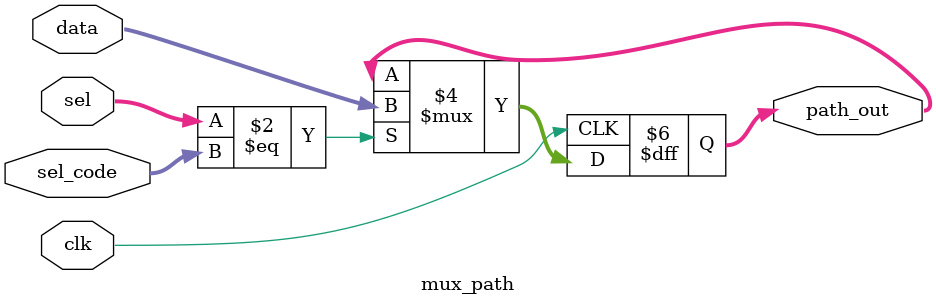
<source format=v>
module data_mux (
    input clk,
    input [2:0] sel,
    input [7:0] d0,
    input [7:0] d1,
    input [7:0] d2,
    output [7:0] data_out
);

    // Submodule for data paths
    wire [7:0] path0_out, path1_out, path2_out;

    mux_path mux0 (
        .clk(clk),
        .sel(sel),
        .data(d0),
        .path_out(path0_out),
        .sel_code(3'b000) // Path 0 selection code
    );

    mux_path mux1 (
        .clk(clk),
        .sel(sel),
        .data(d1),
        .path_out(path1_out),
        .sel_code(3'b001) // Path 1 selection code
    );

    mux_path mux2 (
        .clk(clk),
        .sel(sel),
        .data(d2),
        .path_out(path2_out),
        .sel_code(3'b010) // Path 2 selection code
    );

    // Output assignment using a multiplexer logic
    assign data_out = (sel == 3'b000) ? path0_out :
                      (sel == 3'b001) ? path1_out :
                      (sel == 3'b010) ? path2_out : 8'd0;

endmodule

// Submodule for handling each data path
module mux_path (
    input clk,
    input [2:0] sel,
    input [7:0] data,
    output reg [7:0] path_out,
    input [2:0] sel_code // Path selection code
);

    always @(posedge clk) begin
        if (sel == sel_code) begin
            path_out <= data; // Pass data if selection matches
        end else begin
            path_out <= path_out; // Retain previous value
        end
    end

endmodule
</source>
